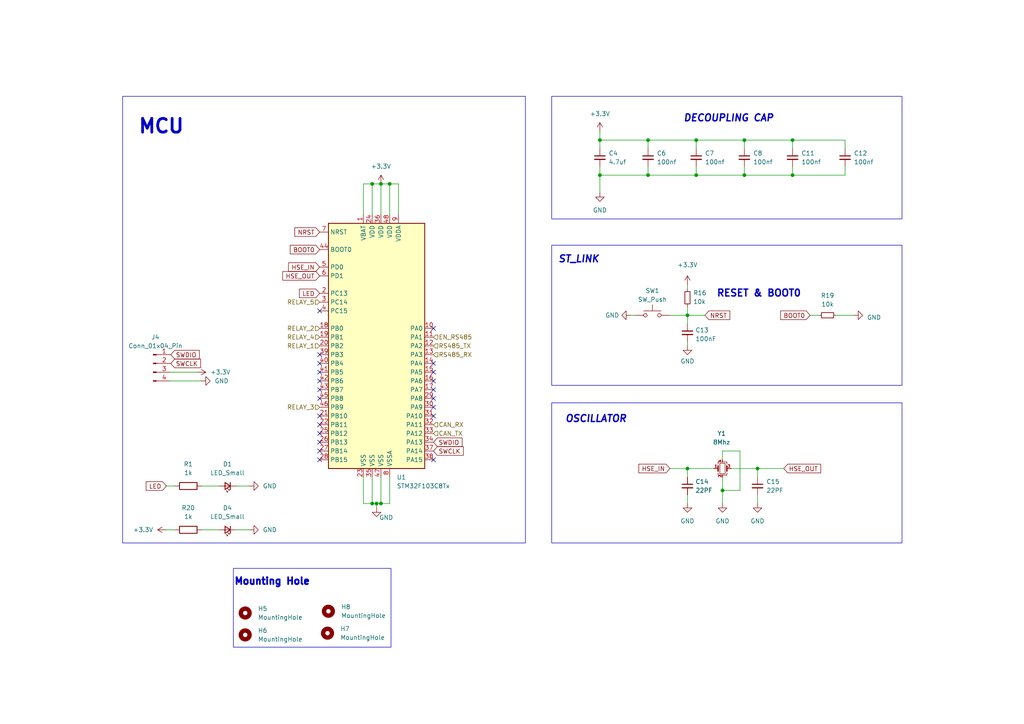
<source format=kicad_sch>
(kicad_sch (version 20231120) (generator "eeschema") (generator_version "8.0")
  (paper "A4")
  (lib_symbols
    (symbol "Connector:Conn_01x04_Pin" (pin_names (offset 1.016) hide)
      (property "Reference" "J" (at 0 5.08 0))
      (property "Value" "Conn_01x04_Pin" (at 0 -7.62 0))
      (symbol "Conn_01x04_Pin_1_1"
        (polyline (pts (xy 1.27 -5.08) (xy 0.8636 -5.08)) (stroke (width 0.1524)))
        (polyline (pts (xy 1.27 -2.54) (xy 0.8636 -2.54)) (stroke (width 0.1524)))
        (polyline (pts (xy 1.27 0) (xy 0.8636 0)) (stroke (width 0.1524)))
        (polyline (pts (xy 1.27 2.54) (xy 0.8636 2.54)) (stroke (width 0.1524)))
        (rectangle (start 0.8636 -4.953) (end 0 -5.207) (stroke (width 0.1524)) (fill (type outline)))
        (rectangle (start 0.8636 -2.413) (end 0 -2.667) (stroke (width 0.1524)) (fill (type outline)))
        (rectangle (start 0.8636 0.127) (end 0 -0.127) (stroke (width 0.1524)) (fill (type outline)))
        (rectangle (start 0.8636 2.667) (end 0 2.413) (stroke (width 0.1524)) (fill (type outline)))
        (pin passive line (at 5.08 2.54 180) (length 3.81) (name "Pin_1") (number "1"))
        (pin passive line (at 5.08 0 180) (length 3.81) (name "Pin_2") (number "2"))
        (pin passive line (at 5.08 -2.54 180) (length 3.81) (name "Pin_3") (number "3"))
        (pin passive line (at 5.08 -5.08 180) (length 3.81) (name "Pin_4") (number "4"))
      )
    )
    (symbol "Device:C_Small" (pin_numbers hide) (pin_names (offset 0.254) hide)
      (property "Reference" "C" (at 0.254 1.778 0))
      (property "Value" "C_Small" (at 0.254 -2.032 0))
      (symbol "C_Small_0_1"
        (polyline (pts (xy -1.524 -0.508) (xy 1.524 -0.508)) (stroke (width 0.3302)))
        (polyline (pts (xy -1.524 0.508) (xy 1.524 0.508)) (stroke (width 0.3048)))
      )
      (symbol "C_Small_1_1"
        (pin passive line (at 0 2.54 270) (length 2.032) (name "~") (number "1"))
        (pin passive line (at 0 -2.54 90) (length 2.032) (name "~") (number "2"))
      )
    )
    (symbol "Device:Crystal_GND24_Small" (pin_names (offset 1.016) hide)
      (property "Reference" "Y" (at 1.27 4.445 0))
      (property "Value" "Crystal_GND24_Small" (at 1.27 2.54 0))
      (symbol "Crystal_GND24_Small_0_1"
        (rectangle (start -0.762 -1.524) (end 0.762 1.524))
        (polyline (pts (xy -1.27 -0.762) (xy -1.27 0.762)) (stroke (width 0.381)))
        (polyline (pts (xy 1.27 -0.762) (xy 1.27 0.762)) (stroke (width 0.381)))
        (polyline (pts (xy -1.27 -1.27) (xy -1.27 -1.905) (xy 1.27 -1.905) (xy 1.27 -1.27)))
        (polyline (pts (xy -1.27 1.27) (xy -1.27 1.905) (xy 1.27 1.905) (xy 1.27 1.27)))
      )
      (symbol "Crystal_GND24_Small_1_1"
        (pin passive line (at -2.54 0 0) (length 1.27) (name "1") (number "1"))
        (pin passive line (at 0 -2.54 90) (length 0.635) (name "2") (number "2"))
        (pin passive line (at 2.54 0 180) (length 1.27) (name "3") (number "3"))
        (pin passive line (at 0 2.54 270) (length 0.635) (name "4") (number "4"))
      )
    )
    (symbol "Device:LED_Small" (pin_numbers hide) (pin_names (offset 0.254) hide)
      (property "Reference" "D" (at -1.27 3.175 0))
      (property "Value" "LED_Small" (at -4.445 -2.54 0))
      (symbol "LED_Small_0_1"
        (polyline (pts (xy -0.762 -1.016) (xy -0.762 1.016)) (stroke (width 0.254)))
        (polyline (pts (xy 1.016 0) (xy -0.762 0)))
        (polyline (pts (xy 0.762 -1.016) (xy -0.762 0) (xy 0.762 1.016) (xy 0.762 -1.016)) (stroke (width 0.254)))
        (polyline (pts (xy 0 0.762) (xy -0.508 1.27) (xy -0.254 1.27) (xy -0.508 1.27) (xy -0.508 1.016)))
        (polyline (pts (xy 0.508 1.27) (xy 0 1.778) (xy 0.254 1.778) (xy 0 1.778) (xy 0 1.524)))
      )
      (symbol "LED_Small_1_1"
        (pin passive line (at -2.54 0 0) (length 1.778) (name "K") (number "1"))
        (pin passive line (at 2.54 0 180) (length 1.778) (name "A") (number "2"))
      )
    )
    (symbol "Device:R" (pin_numbers hide) (pin_names (offset 0))
      (property "Reference" "R" (at 2.032 0 90))
      (property "Value" "R" (at 0 0 90))
      (symbol "R_0_1"
        (rectangle (start -1.016 -2.54) (end 1.016 2.54) (stroke (width 0.254)))
      )
      (symbol "R_1_1"
        (pin passive line (at 0 3.81 270) (length 1.27) (name "~") (number "1"))
        (pin passive line (at 0 -3.81 90) (length 1.27) (name "~") (number "2"))
      )
    )
    (symbol "Device:R_Small" (pin_numbers hide) (pin_names (offset 0.254) hide)
      (property "Reference" "R" (at 0.762 0.508 0))
      (property "Value" "R_Small" (at 0.762 -1.016 0))
      (symbol "R_Small_0_1"
        (rectangle (start -0.762 1.778) (end 0.762 -1.778) (stroke (width 0.2032)))
      )
      (symbol "R_Small_1_1"
        (pin passive line (at 0 2.54 270) (length 0.762) (name "~") (number "1"))
        (pin passive line (at 0 -2.54 90) (length 0.762) (name "~") (number "2"))
      )
    )
    (symbol "GND_1" (power) (pin_numbers hide) (pin_names (offset 0) hide)
      (property "Value" "GND" (at 0 -3.81 0))
      (symbol "GND_1_0_1"
        (polyline (pts (xy 0 0) (xy 0 -1.27) (xy 1.27 -1.27) (xy 0 -2.54) (xy -1.27 -1.27) (xy 0 -1.27)))
      )
      (symbol "GND_1_1_1"
        (pin power_in line (at 0 0 270) (length 0) (name "~") (number "1"))
      )
    )
    (symbol "MCU_ST_STM32F1:STM32F103C8Tx"
      (property "Reference" "U" (at -15.24 36.83 0))
      (property "Value" "STM32F103C8Tx" (at 7.62 36.83 0))
      (symbol "STM32F103C8Tx_0_1"
        (rectangle (start -15.24 -35.56) (end 12.7 35.56) (stroke (width 0.254)) (fill (type background)))
      )
      (symbol "STM32F103C8Tx_1_1"
        (pin power_in line (at -5.08 38.1 270) (length 2.54) (name "VBAT") (number "1"))
        (pin bidirectional line (at 15.24 5.08 180) (length 2.54) (name "PA0") (number "10"))
        (pin bidirectional line (at 15.24 2.54 180) (length 2.54) (name "PA1") (number "11"))
        (pin bidirectional line (at 15.24 0 180) (length 2.54) (name "PA2") (number "12"))
        (pin bidirectional line (at 15.24 -2.54 180) (length 2.54) (name "PA3") (number "13"))
        (pin bidirectional line (at 15.24 -5.08 180) (length 2.54) (name "PA4") (number "14"))
        (pin bidirectional line (at 15.24 -7.62 180) (length 2.54) (name "PA5") (number "15"))
        (pin bidirectional line (at 15.24 -10.16 180) (length 2.54) (name "PA6") (number "16"))
        (pin bidirectional line (at 15.24 -12.7 180) (length 2.54) (name "PA7") (number "17"))
        (pin bidirectional line (at -17.78 5.08 0) (length 2.54) (name "PB0") (number "18"))
        (pin bidirectional line (at -17.78 2.54 0) (length 2.54) (name "PB1") (number "19"))
        (pin bidirectional line (at -17.78 15.24 0) (length 2.54) (name "PC13") (number "2"))
        (pin bidirectional line (at -17.78 0 0) (length 2.54) (name "PB2") (number "20"))
        (pin bidirectional line (at -17.78 -20.32 0) (length 2.54) (name "PB10") (number "21"))
        (pin bidirectional line (at -17.78 -22.86 0) (length 2.54) (name "PB11") (number "22"))
        (pin power_in line (at -5.08 -38.1 90) (length 2.54) (name "VSS") (number "23"))
        (pin power_in line (at -2.54 38.1 270) (length 2.54) (name "VDD") (number "24"))
        (pin bidirectional line (at -17.78 -25.4 0) (length 2.54) (name "PB12") (number "25"))
        (pin bidirectional line (at -17.78 -27.94 0) (length 2.54) (name "PB13") (number "26"))
        (pin bidirectional line (at -17.78 -30.48 0) (length 2.54) (name "PB14") (number "27"))
        (pin bidirectional line (at -17.78 -33.02 0) (length 2.54) (name "PB15") (number "28"))
        (pin bidirectional line (at 15.24 -15.24 180) (length 2.54) (name "PA8") (number "29"))
        (pin bidirectional line (at -17.78 12.7 0) (length 2.54) (name "PC14") (number "3"))
        (pin bidirectional line (at 15.24 -17.78 180) (length 2.54) (name "PA9") (number "30"))
        (pin bidirectional line (at 15.24 -20.32 180) (length 2.54) (name "PA10") (number "31"))
        (pin bidirectional line (at 15.24 -22.86 180) (length 2.54) (name "PA11") (number "32"))
        (pin bidirectional line (at 15.24 -25.4 180) (length 2.54) (name "PA12") (number "33"))
        (pin bidirectional line (at 15.24 -27.94 180) (length 2.54) (name "PA13") (number "34"))
        (pin power_in line (at -2.54 -38.1 90) (length 2.54) (name "VSS") (number "35"))
        (pin power_in line (at 0 38.1 270) (length 2.54) (name "VDD") (number "36"))
        (pin bidirectional line (at 15.24 -30.48 180) (length 2.54) (name "PA14") (number "37"))
        (pin bidirectional line (at 15.24 -33.02 180) (length 2.54) (name "PA15") (number "38"))
        (pin bidirectional line (at -17.78 -2.54 0) (length 2.54) (name "PB3") (number "39"))
        (pin bidirectional line (at -17.78 10.16 0) (length 2.54) (name "PC15") (number "4"))
        (pin bidirectional line (at -17.78 -5.08 0) (length 2.54) (name "PB4") (number "40"))
        (pin bidirectional line (at -17.78 -7.62 0) (length 2.54) (name "PB5") (number "41"))
        (pin bidirectional line (at -17.78 -10.16 0) (length 2.54) (name "PB6") (number "42"))
        (pin bidirectional line (at -17.78 -12.7 0) (length 2.54) (name "PB7") (number "43"))
        (pin input line (at -17.78 27.94 0) (length 2.54) (name "BOOT0") (number "44"))
        (pin bidirectional line (at -17.78 -15.24 0) (length 2.54) (name "PB8") (number "45"))
        (pin bidirectional line (at -17.78 -17.78 0) (length 2.54) (name "PB9") (number "46"))
        (pin power_in line (at 0 -38.1 90) (length 2.54) (name "VSS") (number "47"))
        (pin power_in line (at 2.54 38.1 270) (length 2.54) (name "VDD") (number "48"))
        (pin input line (at -17.78 22.86 0) (length 2.54) (name "PD0") (number "5"))
        (pin input line (at -17.78 20.32 0) (length 2.54) (name "PD1") (number "6"))
        (pin input line (at -17.78 33.02 0) (length 2.54) (name "NRST") (number "7"))
        (pin power_in line (at 2.54 -38.1 90) (length 2.54) (name "VSSA") (number "8"))
        (pin power_in line (at 5.08 38.1 270) (length 2.54) (name "VDDA") (number "9"))
      )
    )
    (symbol "Mechanical:MountingHole" (pin_names (offset 1.016))
      (property "Reference" "H" (at 0 5.08 0))
      (property "Value" "MountingHole" (at 0 3.175 0))
      (symbol "MountingHole_0_1"
        (circle (center 0 0) (radius 1.27) (stroke (width 1.27)))
      )
    )
    (symbol "Switch:SW_Push" (pin_numbers hide) (pin_names (offset 1.016) hide)
      (property "Reference" "SW" (at 1.27 2.54 0))
      (property "Value" "SW_Push" (at 0 -1.524 0))
      (symbol "SW_Push_0_1"
        (circle (center -2.032 0) (radius 0.508))
        (polyline (pts (xy 0 1.27) (xy 0 3.048)))
        (polyline (pts (xy 2.54 1.27) (xy -2.54 1.27)))
        (circle (center 2.032 0) (radius 0.508))
        (pin passive line (at -5.08 0 0) (length 2.54) (name "1") (number "1"))
        (pin passive line (at 5.08 0 180) (length 2.54) (name "2") (number "2"))
      )
    )
    (symbol "power:+3.3V" (power) (pin_names (offset 0))
      (property "Value" "+3.3V" (at 0 3.556 0))
      (symbol "+3.3V_0_1"
        (polyline (pts (xy -0.762 1.27) (xy 0 2.54)))
        (polyline (pts (xy 0 0) (xy 0 2.54)))
        (polyline (pts (xy 0 2.54) (xy 0.762 1.27)))
      )
      (symbol "+3.3V_1_1"
        (pin power_in line (at 0 0 90) (length 0) hide (name "+3.3V") (number "1"))
      )
    )
    (symbol "power:GND" (power) (pin_names (offset 0))
      (property "Value" "GND" (at 0 -3.81 0))
      (symbol "GND_0_1"
        (polyline (pts (xy 0 0) (xy 0 -1.27) (xy 1.27 -1.27) (xy 0 -2.54) (xy -1.27 -1.27) (xy 0 -1.27)))
      )
      (symbol "GND_1_1"
        (pin power_in line (at 0 0 270) (length 0) hide (name "GND") (number "1"))
      )
    )
  )
  (junction (at 229.87 40.64))
  (junction (at 219.71 135.89))
  (junction (at 187.96 40.64))
  (junction (at 201.93 40.64))
  (junction (at 109.22 146.05))
  (junction (at 209.55 142.24))
  (junction (at 110.49 53.34))
  (junction (at 215.9 40.64))
  (junction (at 199.39 91.44))
  (junction (at 215.9 50.8))
  (junction (at 229.87 50.8))
  (junction (at 201.93 50.8))
  (junction (at 110.49 146.05))
  (junction (at 107.95 146.05))
  (junction (at 173.99 40.64))
  (junction (at 187.96 50.8))
  (junction (at 107.95 53.34))
  (junction (at 173.99 50.8))
  (junction (at 199.39 135.89))
  (junction (at 113.03 53.34))
  (no_connect (at 125.73 115.57))
  (no_connect (at 92.71 133.35))
  (no_connect (at 92.71 105.41))
  (no_connect (at 92.71 125.73))
  (no_connect (at 125.73 113.03))
  (no_connect (at 92.71 110.49))
  (no_connect (at 92.71 102.87))
  (no_connect (at 92.71 123.19))
  (no_connect (at 125.73 118.11))
  (no_connect (at 92.71 90.17))
  (no_connect (at 125.73 133.35))
  (no_connect (at 125.73 107.95))
  (no_connect (at 92.71 128.27))
  (no_connect (at 125.73 110.49))
  (no_connect (at 92.71 130.81))
  (no_connect (at 125.73 95.25))
  (no_connect (at 125.73 105.41))
  (no_connect (at 92.71 120.65))
  (no_connect (at 92.71 115.57))
  (no_connect (at 92.71 107.95))
  (no_connect (at 125.73 120.65))
  (no_connect (at 92.71 113.03))
  (wire (pts (xy 229.87 40.64) (xy 215.9 40.64)))
  (wire (pts (xy 173.99 38.1) (xy 173.99 40.64)))
  (wire (pts (xy 242.57 91.44) (xy 247.65 91.44)))
  (wire (pts (xy 110.49 53.34) (xy 110.49 62.23)))
  (wire (pts (xy 199.39 100.33) (xy 199.39 99.06)))
  (wire (pts (xy 194.31 135.89) (xy 199.39 135.89)))
  (wire (pts (xy 173.99 50.8) (xy 173.99 55.88)))
  (wire (pts (xy 199.39 93.98) (xy 199.39 91.44)))
  (wire (pts (xy 107.95 146.05) (xy 109.22 146.05)))
  (wire (pts (xy 212.09 135.89) (xy 219.71 135.89)))
  (wire (pts (xy 68.58 140.97) (xy 72.39 140.97)))
  (wire (pts (xy 201.93 50.8) (xy 215.9 50.8)))
  (wire (pts (xy 109.22 146.05) (xy 109.22 147.32)))
  (wire (pts (xy 215.9 50.8) (xy 229.87 50.8)))
  (wire (pts (xy 201.93 48.26) (xy 201.93 50.8)))
  (wire (pts (xy 105.41 62.23) (xy 105.41 53.34)))
  (wire (pts (xy 107.95 53.34) (xy 110.49 53.34)))
  (wire (pts (xy 173.99 40.64) (xy 173.99 43.18)))
  (wire (pts (xy 113.03 138.43) (xy 113.03 146.05)))
  (wire (pts (xy 48.26 153.67) (xy 50.8 153.67)))
  (wire (pts (xy 194.31 91.44) (xy 199.39 91.44)))
  (wire (pts (xy 109.22 146.05) (xy 110.49 146.05)))
  (wire (pts (xy 245.11 50.8) (xy 245.11 48.26)))
  (wire (pts (xy 199.39 88.9) (xy 199.39 91.44)))
  (wire (pts (xy 105.41 53.34) (xy 107.95 53.34)))
  (wire (pts (xy 173.99 50.8) (xy 187.96 50.8)))
  (wire (pts (xy 187.96 50.8) (xy 201.93 50.8)))
  (wire (pts (xy 234.95 91.44) (xy 237.49 91.44)))
  (wire (pts (xy 201.93 40.64) (xy 187.96 40.64)))
  (wire (pts (xy 107.95 53.34) (xy 107.95 62.23)))
  (wire (pts (xy 245.11 40.64) (xy 229.87 40.64)))
  (wire (pts (xy 199.39 82.55) (xy 199.39 83.82)))
  (wire (pts (xy 215.9 40.64) (xy 201.93 40.64)))
  (wire (pts (xy 209.55 133.35) (xy 209.55 130.81)))
  (wire (pts (xy 199.39 135.89) (xy 199.39 138.43)))
  (wire (pts (xy 209.55 130.81) (xy 214.63 130.81)))
  (wire (pts (xy 229.87 48.26) (xy 229.87 50.8)))
  (wire (pts (xy 219.71 135.89) (xy 227.33 135.89)))
  (wire (pts (xy 58.42 153.67) (xy 63.5 153.67)))
  (wire (pts (xy 49.53 107.95) (xy 57.15 107.95)))
  (wire (pts (xy 105.41 138.43) (xy 105.41 146.05)))
  (wire (pts (xy 113.03 53.34) (xy 113.03 62.23)))
  (wire (pts (xy 187.96 40.64) (xy 187.96 43.18)))
  (wire (pts (xy 214.63 130.81) (xy 214.63 142.24)))
  (wire (pts (xy 199.39 135.89) (xy 207.01 135.89)))
  (wire (pts (xy 214.63 142.24) (xy 209.55 142.24)))
  (wire (pts (xy 48.26 140.97) (xy 50.8 140.97)))
  (wire (pts (xy 245.11 43.18) (xy 245.11 40.64)))
  (wire (pts (xy 110.49 138.43) (xy 110.49 146.05)))
  (wire (pts (xy 107.95 138.43) (xy 107.95 146.05)))
  (wire (pts (xy 173.99 48.26) (xy 173.99 50.8)))
  (wire (pts (xy 115.57 62.23) (xy 115.57 53.34)))
  (wire (pts (xy 209.55 142.24) (xy 209.55 146.05)))
  (wire (pts (xy 229.87 40.64) (xy 229.87 43.18)))
  (wire (pts (xy 219.71 143.51) (xy 219.71 146.05)))
  (wire (pts (xy 219.71 135.89) (xy 219.71 138.43)))
  (wire (pts (xy 68.58 153.67) (xy 72.39 153.67)))
  (wire (pts (xy 199.39 143.51) (xy 199.39 146.05)))
  (wire (pts (xy 182.88 91.44) (xy 184.15 91.44)))
  (wire (pts (xy 215.9 40.64) (xy 215.9 43.18)))
  (wire (pts (xy 187.96 48.26) (xy 187.96 50.8)))
  (wire (pts (xy 187.96 40.64) (xy 173.99 40.64)))
  (wire (pts (xy 229.87 50.8) (xy 245.11 50.8)))
  (wire (pts (xy 49.53 110.49) (xy 58.42 110.49)))
  (wire (pts (xy 209.55 138.43) (xy 209.55 142.24)))
  (wire (pts (xy 58.42 140.97) (xy 63.5 140.97)))
  (wire (pts (xy 105.41 146.05) (xy 107.95 146.05)))
  (wire (pts (xy 201.93 40.64) (xy 201.93 43.18)))
  (wire (pts (xy 113.03 53.34) (xy 110.49 53.34)))
  (wire (pts (xy 199.39 91.44) (xy 204.47 91.44)))
  (wire (pts (xy 110.49 146.05) (xy 113.03 146.05)))
  (wire (pts (xy 215.9 48.26) (xy 215.9 50.8)))
  (wire (pts (xy 115.57 53.34) (xy 113.03 53.34)))
  (rectangle (start 67.691 164.846) (end 113.411 187.706))
  (rectangle (start 160.02 116.84) (end 261.62 157.48))
  (rectangle (start 160.02 27.94) (end 261.62 63.5))
  (rectangle (start 160.02 71.12) (end 261.62 111.76))
  (rectangle (start 94.2848 182.1942) (end 94.2848 182.1942))
  (rectangle (start 35.56 27.94) (end 152.4 157.48))
  (text "OSCILLATOR\n\n" (at 163.83 125.984 0) (effects (font (size 2 2) (thickness 0.4) (bold yes) (italic yes)) (justify left bottom)))
  (text "DECOUPLING CAP\n" (at 198.12 35.56 0) (effects (font (size 2 2) (thickness 0.4) (bold yes) (italic yes)) (justify left bottom)))
  (text "ST_LINK\n" (at 161.798 76.454 0) (effects (font (size 2 2) (thickness 0.4) (bold yes) (italic yes)) (justify left bottom)))
  (text "RESET & BOOT0\n" (at 207.772 86.36 0) (effects (font (size 2 2) (bold yes)) (justify left bottom)))
  (text "Mounting Hole" (at 67.818 169.926 0) (effects (font (size 2 2) (thickness 0.8) (bold yes)) (justify left bottom)))
  (text "MCU\n" (at 39.878 39.116 0) (effects (font (size 4 4) (bold yes)) (justify left bottom)))
  (global_label "HSE_IN" (shape input) (at 194.31 135.89 180) (property "Intersheetrefs" "${INTERSHEET_REFS}" (effects (hide yes))))
  (global_label "HSE_IN" (shape input) (at 92.71 77.47 180) (property "Intersheetrefs" "${INTERSHEET_REFS}" (effects (hide yes))))
  (global_label "LED" (shape input) (at 92.71 85.09 180) (property "Intersheetrefs" "${INTERSHEET_REFS}" (effects (hide yes))))
  (global_label "SWDIO" (shape input) (at 49.53 102.87 0) (property "Intersheetrefs" "${INTERSHEET_REFS}" (effects (hide yes))))
  (global_label "LED" (shape input) (at 48.26 140.97 180) (property "Intersheetrefs" "${INTERSHEET_REFS}" (effects (hide yes))))
  (global_label "SWDIO" (shape input) (at 125.73 128.27 0) (property "Intersheetrefs" "${INTERSHEET_REFS}" (effects (hide yes))))
  (global_label "NRST" (shape input) (at 204.47 91.44 0) (property "Intersheetrefs" "${INTERSHEET_REFS}" (effects (hide yes))))
  (global_label "SWCLK" (shape input) (at 125.73 130.81 0) (property "Intersheetrefs" "${INTERSHEET_REFS}" (effects (hide yes))))
  (global_label "BOOT0" (shape input) (at 234.95 91.44 180) (property "Intersheetrefs" "${INTERSHEET_REFS}" (effects (hide yes))))
  (global_label "BOOT0" (shape input) (at 92.71 72.39 180) (property "Intersheetrefs" "${INTERSHEET_REFS}" (effects (hide yes))))
  (global_label "SWCLK" (shape input) (at 49.53 105.41 0) (property "Intersheetrefs" "${INTERSHEET_REFS}" (effects (hide yes))))
  (global_label "HSE_OUT" (shape input) (at 92.71 80.01 180) (property "Intersheetrefs" "${INTERSHEET_REFS}" (effects (hide yes))))
  (global_label "HSE_OUT" (shape input) (at 227.33 135.89 0) (property "Intersheetrefs" "${INTERSHEET_REFS}" (effects (hide yes))))
  (global_label "NRST" (shape input) (at 92.71 67.31 180) (property "Intersheetrefs" "${INTERSHEET_REFS}" (effects (hide yes))))
  (hierarchical_label "RS485_RX" (shape input) (at 125.73 102.87 0))
  (hierarchical_label "RELAY_2" (shape input) (at 92.71 95.25 180))
  (hierarchical_label "RELAY_4" (shape input) (at 92.71 97.79 180))
  (hierarchical_label "EN_RS485" (shape input) (at 125.73 97.79 0))
  (hierarchical_label "CAN_RX" (shape input) (at 125.73 123.19 0))
  (hierarchical_label "CAN_TX" (shape input) (at 125.73 125.73 0))
  (hierarchical_label "RELAY_1" (shape input) (at 92.71 100.33 180))
  (hierarchical_label "RELAY_5" (shape input) (at 92.71 87.63 180))
  (hierarchical_label "RS485_TX" (shape input) (at 125.73 100.33 0))
  (hierarchical_label "RELAY_3" (shape input) (at 92.71 118.11 180))
  (symbol (lib_id "power:GND") (at 199.39 100.33 0) (unit 1)
    (property "Reference" "#PWR031" (effects (hide yes)))
    (property "Value" "GND" (at 199.39 104.775 0))
  )
  (symbol (lib_id "Device:C_Small") (at 229.87 45.72 0) (unit 1)
    (property "Reference" "C11" (at 232.41 44.4562 0) (effects (justify left)))
    (property "Value" "100nf" (at 232.41 46.9962 0) (effects (justify left)))
    (property "Footprint" "Capacitor_SMD:C_0603_1608Metric" (effects (hide yes)))
  )
  (symbol (lib_id "Device:R") (at 54.61 140.97 90) (unit 1)
    (property "Reference" "R1" (at 54.61 134.62 90))
    (property "Value" "1k" (at 54.61 137.16 90))
    (property "Footprint" "Resistor_SMD:R_0603_1608Metric" (effects (hide yes)))
    (property "Description" "Resistor" (effects (hide yes)))
  )
  (symbol (lib_id "Device:C_Small") (at 187.96 45.72 0) (unit 1)
    (property "Reference" "C6" (at 190.5 44.4562 0) (effects (justify left)))
    (property "Value" "100nf" (at 190.5 46.9962 0) (effects (justify left)))
    (property "Footprint" "Capacitor_SMD:C_0603_1608Metric" (effects (hide yes)))
  )
  (symbol (lib_id "Device:LED_Small") (at 66.04 153.67 180) (unit 1)
    (property "Reference" "D4" (at 65.9765 147.32 0))
    (property "Value" "LED_Small" (at 65.9765 149.86 0))
    (property "Footprint" "LED_SMD:LED_0805_2012Metric" (effects (hide yes)))
    (property "Description" "Light emitting diode, small symbol" (effects (hide yes)))
  )
  (symbol (lib_id "Device:LED_Small") (at 66.04 140.97 180) (unit 1)
    (property "Reference" "D1" (at 65.9765 134.62 0))
    (property "Value" "LED_Small" (at 65.9765 137.16 0))
    (property "Footprint" "LED_SMD:LED_0805_2012Metric" (effects (hide yes)))
    (property "Description" "Light emitting diode, small symbol" (effects (hide yes)))
  )
  (symbol (lib_id "Switch:SW_Push") (at 189.23 91.44 0) (unit 1)
    (property "Reference" "SW1" (at 189.23 84.328 0))
    (property "Value" "SW_Push" (at 189.23 86.868 0))
    (property "Footprint" "Button_Switch_SMD:SW_Push_SPST_NO_Alps_SKRK" (effects (hide yes)))
  )
  (symbol (lib_id "Device:C_Small") (at 199.39 140.97 0) (unit 1)
    (property "Reference" "C14" (at 201.676 139.7 0) (effects (justify left)))
    (property "Value" "22PF" (at 201.676 142.24 0) (effects (justify left)))
    (property "Footprint" "Capacitor_SMD:C_0603_1608Metric" (effects (hide yes)))
  )
  (symbol (lib_id "Mechanical:MountingHole") (at 71.12 184.15 0) (unit 1)
    (property "Reference" "H6" (at 74.803 182.8799 0) (effects (justify left)))
    (property "Value" "MountingHole" (at 74.803 185.4199 0) (effects (justify left)))
    (property "Footprint" "MountingHole:MountingHole_3mm_Pad_Via" (effects (hide yes)))
  )
  (symbol (lib_id "power:+3.3V") (at 199.39 82.55 0) (unit 1)
    (property "Reference" "#PWR030" (effects (hide yes)))
    (property "Value" "+3.3V" (at 199.39 76.835 0))
  )
  (symbol (lib_id "Device:R_Small") (at 199.39 86.36 0) (unit 1)
    (property "Reference" "R16" (at 201.041 84.963 0) (effects (justify left)))
    (property "Value" "10k" (at 201.041 87.503 0) (effects (justify left)))
    (property "Footprint" "Resistor_SMD:R_0603_1608Metric" (effects (hide yes)))
  )
  (symbol (lib_id "Device:C_Small") (at 219.71 140.97 0) (unit 1)
    (property "Reference" "C15" (at 222.25 139.7062 0) (effects (justify left)))
    (property "Value" "22PF" (at 222.25 142.2462 0) (effects (justify left)))
    (property "Footprint" "Capacitor_SMD:C_0603_1608Metric" (effects (hide yes)))
  )
  (symbol (lib_id "Device:C_Small") (at 245.11 45.72 0) (unit 1)
    (property "Reference" "C12" (at 247.65 44.4562 0) (effects (justify left)))
    (property "Value" "100nf" (at 247.65 46.9962 0) (effects (justify left)))
    (property "Footprint" "Capacitor_SMD:C_0603_1608Metric" (effects (hide yes)))
  )
  (symbol (lib_id "power:GND") (at 173.99 55.88 0) (unit 1)
    (property "Reference" "#PWR028" (effects (hide yes)))
    (property "Value" "GND" (at 173.99 60.96 0))
  )
  (symbol (lib_id "power:+3.3V") (at 48.26 153.67 90) (unit 1)
    (property "Reference" "#PWR026" (effects (hide yes)))
    (property "Value" "+3.3V" (at 44.45 153.6699 90) (effects (justify left)))
  )
  (symbol (lib_id "power:+3.3V") (at 173.99 38.1 0) (unit 1)
    (property "Reference" "#PWR027" (effects (hide yes)))
    (property "Value" "+3.3V" (at 173.99 33.02 0))
  )
  (symbol (lib_id "Device:Crystal_GND24_Small") (at 209.55 135.89 0) (unit 1)
    (property "Reference" "Y1" (at 209.296 125.73 0))
    (property "Value" "8Mhz" (at 209.296 128.27 0))
    (property "Footprint" "Crystal:Crystal_SMD_3225-4Pin_3.2x2.5mm" (effects (hide yes)))
  )
  (symbol (lib_id "power:GND") (at 182.88 91.44 270) (unit 1)
    (property "Reference" "#PWR029" (effects (hide yes)))
    (property "Value" "GND" (at 175.514 91.44 90) (effects (justify left)))
  )
  (symbol (lib_id "Device:C_Small") (at 173.99 45.72 0) (unit 1)
    (property "Reference" "C4" (at 176.53 44.4562 0) (effects (justify left)))
    (property "Value" "4.7uf" (at 176.53 46.9962 0) (effects (justify left)))
    (property "Footprint" "Capacitor_SMD:C_0805_2012Metric" (effects (hide yes)))
  )
  (symbol (lib_id "Mechanical:MountingHole") (at 94.996 183.642 0) (unit 1)
    (property "Reference" "H7" (at 98.679 182.3719 0) (effects (justify left)))
    (property "Value" "MountingHole" (at 98.679 184.9119 0) (effects (justify left)))
    (property "Footprint" "MountingHole:MountingHole_3mm_Pad_Via" (effects (hide yes)))
  )
  (symbol (lib_id "power:+3.3V") (at 110.49 53.34 0) (unit 1)
    (property "Reference" "#PWR06" (effects (hide yes)))
    (property "Value" "+3.3V" (at 110.49 48.26 0))
  )
  (symbol (lib_id "power:GND") (at 209.55 146.05 0) (unit 1)
    (property "Reference" "#PWR034" (effects (hide yes)))
    (property "Value" "GND" (at 209.55 151.13 0))
  )
  (symbol (lib_id "MCU_ST_STM32F1:STM32F103C8Tx") (at 110.49 100.33 0) (unit 1)
    (property "Reference" "U1" (at 115.0494 138.43 0) (effects (justify left)))
    (property "Value" "STM32F103C8Tx" (at 115.0494 140.97 0) (effects (justify left)))
    (property "Footprint" "Package_QFP:LQFP-48_7x7mm_P0.5mm" (effects (hide yes)))
    (property "Datasheet" "http://www.st.com/st-web-ui/static/active/en/resource/technical/document/datasheet/CD00161566.pdf" (effects (hide yes)))
  )
  (symbol (lib_id "power:GND") (at 199.39 146.05 0) (unit 1)
    (property "Reference" "#PWR033" (effects (hide yes)))
    (property "Value" "GND" (at 199.39 151.13 0))
  )
  (symbol (lib_id "Device:C_Small") (at 199.39 96.52 0) (unit 1)
    (property "Reference" "C13" (at 201.676 95.758 0) (effects (justify left)))
    (property "Value" "100nF" (at 201.676 98.298 0) (effects (justify left)))
    (property "Footprint" "Capacitor_SMD:C_0603_1608Metric" (effects (hide yes)))
  )
  (symbol (lib_id "Mechanical:MountingHole") (at 95.25 177.292 0) (unit 1)
    (property "Reference" "H8" (at 98.933 176.0219 0) (effects (justify left)))
    (property "Value" "MountingHole" (at 98.933 178.5619 0) (effects (justify left)))
    (property "Footprint" "MountingHole:MountingHole_3mm_Pad_Via" (effects (hide yes)))
  )
  (symbol (lib_id "Mechanical:MountingHole") (at 71.12 177.8 0) (unit 1)
    (property "Reference" "H5" (at 74.803 176.5299 0) (effects (justify left)))
    (property "Value" "MountingHole" (at 74.803 179.0699 0) (effects (justify left)))
    (property "Footprint" "MountingHole:MountingHole_3mm_Pad_Via" (effects (hide yes)))
  )
  (symbol (lib_name "GND_1") (lib_id "power:GND") (at 72.39 153.67 90) (unit 1)
    (property "Reference" "#PWR036" (effects (hide yes)))
    (property "Value" "GND" (at 76.2 153.6699 90) (effects (justify right)))
    (property "Description" "Power symbol creates a global label with name \"GND\" , ground" (effects (hide yes)))
  )
  (symbol (lib_id "power:GND") (at 247.65 91.44 90) (unit 1)
    (property "Reference" "#PWR032" (effects (hide yes)))
    (property "Value" "GND" (at 251.46 92.075 90) (effects (justify right)))
  )
  (symbol (lib_id "Device:C_Small") (at 201.93 45.72 0) (unit 1)
    (property "Reference" "C7" (at 204.47 44.4562 0) (effects (justify left)))
    (property "Value" "100nf" (at 204.47 46.9962 0) (effects (justify left)))
    (property "Footprint" "Capacitor_SMD:C_0603_1608Metric" (effects (hide yes)))
  )
  (symbol (lib_id "Device:C_Small") (at 215.9 45.72 0) (unit 1)
    (property "Reference" "C8" (at 218.44 44.4562 0) (effects (justify left)))
    (property "Value" "100nf" (at 218.44 46.9962 0) (effects (justify left)))
    (property "Footprint" "Capacitor_SMD:C_0603_1608Metric" (effects (hide yes)))
  )
  (symbol (lib_name "GND_1") (lib_id "power:GND") (at 58.42 110.49 90) (unit 1)
    (property "Reference" "#PWR040" (effects (hide yes)))
    (property "Value" "GND" (at 62.23 110.4899 90) (effects (justify right)))
    (property "Description" "Power symbol creates a global label with name \"GND\" , ground" (effects (hide yes)))
  )
  (symbol (lib_name "GND_1") (lib_id "power:GND") (at 72.39 140.97 90) (unit 1)
    (property "Reference" "#PWR01" (effects (hide yes)))
    (property "Value" "GND" (at 76.2 140.9699 90) (effects (justify right)))
    (property "Description" "Power symbol creates a global label with name \"GND\" , ground" (effects (hide yes)))
  )
  (symbol (lib_id "Device:R") (at 54.61 153.67 90) (unit 1)
    (property "Reference" "R20" (at 54.61 147.32 90))
    (property "Value" "1k" (at 54.61 149.86 90))
    (property "Footprint" "Resistor_SMD:R_0603_1608Metric" (effects (hide yes)))
    (property "Description" "Resistor" (effects (hide yes)))
  )
  (symbol (lib_id "power:+3.3V") (at 57.15 107.95 270) (unit 1)
    (property "Reference" "#PWR039" (effects (hide yes)))
    (property "Value" "+3.3V" (at 60.96 107.9499 90) (effects (justify left)))
  )
  (symbol (lib_id "Connector:Conn_01x04_Pin") (at 44.45 105.41 0) (unit 1)
    (property "Reference" "J4" (at 45.085 97.79 0))
    (property "Value" "Conn_01x04_Pin" (at 45.085 100.33 0))
    (property "Footprint" "Connector_JST:JST_PH_B4B-PH-K_1x04_P2.00mm_Vertical" (effects (hide yes)))
    (property "Description" "Generic connector, single row, 01x04, script generated" (effects (hide yes)))
  )
  (symbol (lib_id "Device:R_Small") (at 240.03 91.44 90) (unit 1)
    (property "Reference" "R19" (at 240.03 85.725 90))
    (property "Value" "10k" (at 240.03 88.265 90))
    (property "Footprint" "Resistor_SMD:R_0603_1608Metric" (effects (hide yes)))
  )
  (symbol (lib_id "power:GND") (at 219.71 146.05 0) (unit 1)
    (property "Reference" "#PWR035" (effects (hide yes)))
    (property "Value" "GND" (at 219.71 151.13 0))
  )
  (symbol (lib_id "power:GND") (at 109.22 147.32 0) (unit 1)
    (property "Reference" "#PWR05" (effects (hide yes)))
    (property "Value" "GND" (at 112.014 150.114 0))
  )
)
</source>
